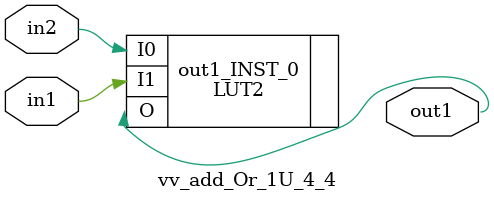
<source format=v>
`timescale 1 ps / 1 ps

(* STRUCTURAL_NETLIST = "yes" *)
module vv_add_Or_1U_4_4
   (in2,
    in1,
    out1);
  input in2;
  input in1;
  output out1;

  wire in1;
  wire in2;
  wire out1;

  LUT2 #(
    .INIT(4'hE)) 
    out1_INST_0
       (.I0(in2),
        .I1(in1),
        .O(out1));
endmodule


</source>
